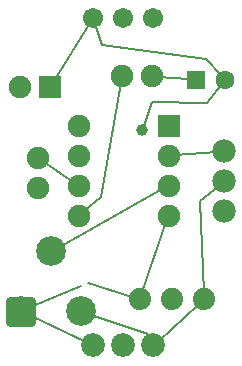
<source format=gtl>
G04 MADE WITH FRITZING*
G04 WWW.FRITZING.ORG*
G04 DOUBLE SIDED*
G04 HOLES PLATED*
G04 CONTOUR ON CENTER OF CONTOUR VECTOR*
%ASAXBY*%
%FSLAX23Y23*%
%MOIN*%
%OFA0B0*%
%SFA1.0B1.0*%
%ADD10C,0.075000*%
%ADD11C,0.099000*%
%ADD12C,0.074000*%
%ADD13C,0.062992*%
%ADD14C,0.079370*%
%ADD15C,0.067559*%
%ADD16C,0.078000*%
%ADD17C,0.039370*%
%ADD18R,0.075000X0.075000*%
%ADD19R,0.062992X0.062992*%
%ADD20C,0.008000*%
%ADD21C,0.029000*%
%LNCOPPER1*%
G90*
G70*
G54D10*
X552Y860D03*
X252Y860D03*
X552Y760D03*
X252Y760D03*
X552Y660D03*
X252Y660D03*
X552Y560D03*
X252Y560D03*
X552Y860D03*
X252Y860D03*
X552Y760D03*
X252Y760D03*
X552Y660D03*
X252Y660D03*
X552Y560D03*
X252Y560D03*
G54D11*
X259Y242D03*
X59Y242D03*
X159Y442D03*
G54D10*
X118Y651D03*
X118Y751D03*
X118Y651D03*
X118Y751D03*
X496Y1026D03*
X396Y1026D03*
X496Y1026D03*
X396Y1026D03*
X158Y990D03*
X58Y990D03*
X158Y990D03*
X58Y990D03*
G54D12*
X670Y281D03*
X563Y281D03*
X456Y281D03*
X670Y281D03*
X563Y281D03*
X456Y281D03*
G54D13*
X642Y1013D03*
X740Y1013D03*
G54D14*
X500Y128D03*
X400Y128D03*
X300Y128D03*
G54D15*
X500Y1218D03*
X400Y1218D03*
X300Y1218D03*
G54D16*
X738Y575D03*
X738Y775D03*
X738Y675D03*
G54D17*
X465Y846D03*
G54D18*
X552Y860D03*
X552Y860D03*
X158Y990D03*
X158Y990D03*
G54D19*
X642Y1013D03*
G54D20*
X519Y1024D02*
X621Y1015D01*
D02*
X233Y673D02*
X137Y738D01*
D02*
X574Y762D02*
X713Y773D01*
D02*
X531Y649D02*
X182Y454D01*
D02*
X392Y1003D02*
X326Y624D01*
D02*
X326Y624D02*
X269Y575D01*
D02*
X519Y144D02*
X651Y264D01*
D02*
X284Y233D02*
X485Y166D01*
X485Y166D02*
X491Y151D01*
D02*
X719Y659D02*
X657Y608D01*
D02*
X657Y608D02*
X669Y307D01*
D02*
X464Y305D02*
X544Y538D01*
D02*
X278Y138D02*
X59Y242D01*
D02*
X59Y242D02*
X260Y327D01*
D02*
X284Y337D02*
X431Y289D01*
D02*
X728Y996D02*
X681Y935D01*
D02*
X681Y935D02*
X497Y938D01*
D02*
X497Y938D02*
X469Y859D01*
D02*
X307Y1200D02*
X331Y1128D01*
D02*
X331Y1128D02*
X678Y1084D01*
D02*
X678Y1084D02*
X726Y1029D01*
D02*
X170Y1009D02*
X290Y1202D01*
G54D21*
X24Y277D02*
X94Y277D01*
X94Y207D01*
X24Y207D01*
X24Y277D01*
D02*
G04 End of Copper1*
M02*
</source>
